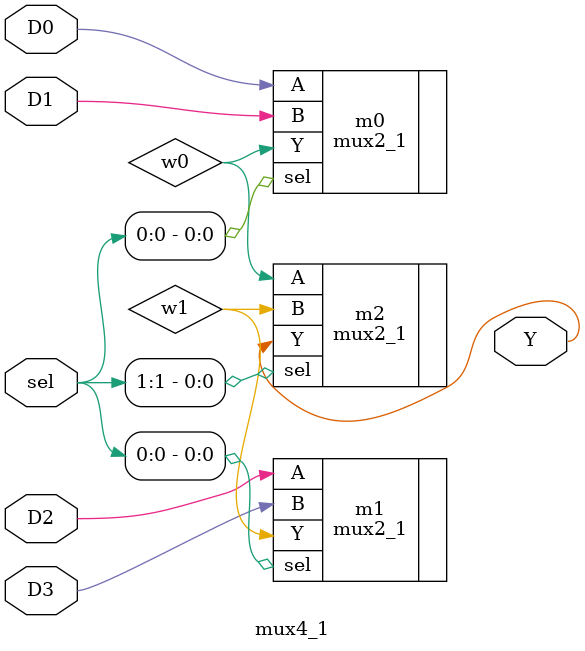
<source format=sv>
module mux4_1 (
    input  logic [1:0] sel,
    input  logic D0, D1, D2, D3,
    output logic Y
);

    logic w0, w1;

    mux2_1 m0(.sel(sel[0]), .A(D0), .B(D1), .Y(w0));
    mux2_1 m1(.sel(sel[0]), .A(D2), .B(D3), .Y(w1));
    mux2_1 m2(.sel(sel[1]), .A(w0), .B(w1), .Y(Y));

endmodule

</source>
